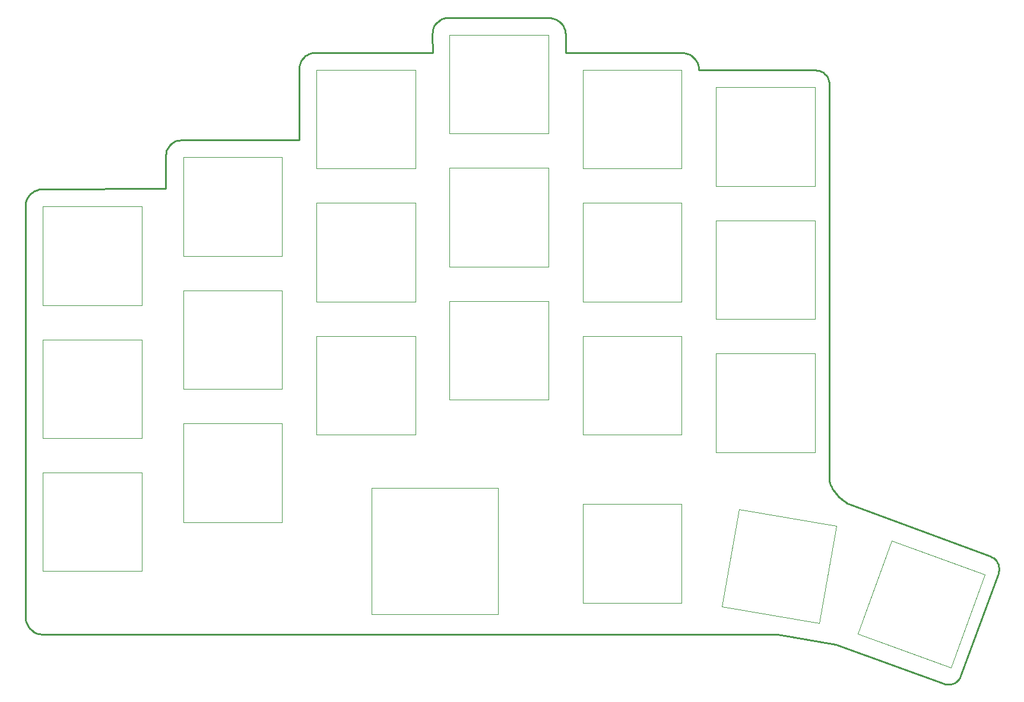
<source format=gbr>
%TF.GenerationSoftware,KiCad,Pcbnew,(5.1.10)-1*%
%TF.CreationDate,2021-12-10T09:47:33-08:00*%
%TF.ProjectId,6col-switchplate-encoder,36636f6c-2d73-4776-9974-6368706c6174,rev?*%
%TF.SameCoordinates,Original*%
%TF.FileFunction,Profile,NP*%
%FSLAX46Y46*%
G04 Gerber Fmt 4.6, Leading zero omitted, Abs format (unit mm)*
G04 Created by KiCad (PCBNEW (5.1.10)-1) date 2021-12-10 09:47:33*
%MOMM*%
%LPD*%
G01*
G04 APERTURE LIST*
%TA.AperFunction,Profile*%
%ADD10C,0.050000*%
%TD*%
%TA.AperFunction,Profile*%
%ADD11C,0.250000*%
%TD*%
G04 APERTURE END LIST*
D10*
X154989002Y-105752329D02*
X150166518Y-119001995D01*
X150166518Y-119001995D02*
X163416184Y-123824479D01*
X168238668Y-110574813D02*
X154989002Y-105752329D01*
X163416184Y-123824479D02*
X168238668Y-110574813D01*
X133193918Y-101191290D02*
X130745479Y-115077079D01*
X130745479Y-115077079D02*
X144631268Y-117525518D01*
X147079707Y-103639729D02*
X133193918Y-101191290D01*
X144631268Y-117525518D02*
X147079707Y-103639729D01*
X129942593Y-40978404D02*
X129942593Y-55078404D01*
X129942593Y-55078404D02*
X144042593Y-55078404D01*
X144042593Y-40978404D02*
X129942593Y-40978404D01*
X144042593Y-55078404D02*
X144042593Y-40978404D01*
X129942593Y-59978404D02*
X129942593Y-74078404D01*
X129942593Y-74078404D02*
X144042593Y-74078404D01*
X144042593Y-59978404D02*
X129942593Y-59978404D01*
X144042593Y-74078404D02*
X144042593Y-59978404D01*
X129942593Y-78978404D02*
X129942593Y-93078404D01*
X129942593Y-93078404D02*
X144042593Y-93078404D01*
X144042593Y-78978404D02*
X129942593Y-78978404D01*
X144042593Y-93078404D02*
X144042593Y-78978404D01*
X110942593Y-100478404D02*
X110942593Y-114578404D01*
X110942593Y-114578404D02*
X125042593Y-114578404D01*
X125042593Y-100478404D02*
X110942593Y-100478404D01*
X125042593Y-114578404D02*
X125042593Y-100478404D01*
X110942593Y-76478404D02*
X110942593Y-90578404D01*
X110942593Y-90578404D02*
X125042593Y-90578404D01*
X125042593Y-76478404D02*
X110942593Y-76478404D01*
X125042593Y-90578404D02*
X125042593Y-76478404D01*
X110942593Y-57478404D02*
X110942593Y-71578404D01*
X110942593Y-71578404D02*
X125042593Y-71578404D01*
X125042593Y-57478404D02*
X110942593Y-57478404D01*
X125042593Y-71578404D02*
X125042593Y-57478404D01*
X110942593Y-38478404D02*
X110942593Y-52578404D01*
X110942593Y-52578404D02*
X125042593Y-52578404D01*
X125042593Y-38478404D02*
X110942593Y-38478404D01*
X125042593Y-52578404D02*
X125042593Y-38478404D01*
X91942593Y-33478404D02*
X91942593Y-47578404D01*
X91942593Y-47578404D02*
X106042593Y-47578404D01*
X106042593Y-33478404D02*
X91942593Y-33478404D01*
X106042593Y-47578404D02*
X106042593Y-33478404D01*
X91942593Y-52478404D02*
X91942593Y-66578404D01*
X91942593Y-66578404D02*
X106042593Y-66578404D01*
X106042593Y-52478404D02*
X91942593Y-52478404D01*
X106042593Y-66578404D02*
X106042593Y-52478404D01*
X91942593Y-71478404D02*
X91942593Y-85578404D01*
X91942593Y-85578404D02*
X106042593Y-85578404D01*
X106042593Y-71478404D02*
X91942593Y-71478404D01*
X106042593Y-85578404D02*
X106042593Y-71478404D01*
X72942593Y-76478404D02*
X72942593Y-90578404D01*
X72942593Y-90578404D02*
X87042593Y-90578404D01*
X87042593Y-76478404D02*
X72942593Y-76478404D01*
X87042593Y-90578404D02*
X87042593Y-76478404D01*
X72942593Y-57478404D02*
X72942593Y-71578404D01*
X72942593Y-71578404D02*
X87042593Y-71578404D01*
X87042593Y-57478404D02*
X72942593Y-57478404D01*
X87042593Y-71578404D02*
X87042593Y-57478404D01*
X72942593Y-38478404D02*
X72942593Y-52578404D01*
X72942593Y-52578404D02*
X87042593Y-52578404D01*
X87042593Y-38478404D02*
X72942593Y-38478404D01*
X87042593Y-52578404D02*
X87042593Y-38478404D01*
X53942593Y-88978404D02*
X53942593Y-103078404D01*
X53942593Y-103078404D02*
X68042593Y-103078404D01*
X68042593Y-88978404D02*
X53942593Y-88978404D01*
X68042593Y-103078404D02*
X68042593Y-88978404D01*
X53942593Y-69978404D02*
X53942593Y-84078404D01*
X53942593Y-84078404D02*
X68042593Y-84078404D01*
X68042593Y-69978404D02*
X53942593Y-69978404D01*
X68042593Y-84078404D02*
X68042593Y-69978404D01*
X53942593Y-50978404D02*
X53942593Y-65078404D01*
X53942593Y-65078404D02*
X68042593Y-65078404D01*
X68042593Y-50978404D02*
X53942593Y-50978404D01*
X68042593Y-65078404D02*
X68042593Y-50978404D01*
X33942593Y-57978404D02*
X33942593Y-72078404D01*
X33942593Y-72078404D02*
X48042593Y-72078404D01*
X48042593Y-57978404D02*
X33942593Y-57978404D01*
X48042593Y-72078404D02*
X48042593Y-57978404D01*
X33942593Y-76978404D02*
X33942593Y-91078404D01*
X33942593Y-91078404D02*
X48042593Y-91078404D01*
X48042593Y-76978404D02*
X33942593Y-76978404D01*
X48042593Y-91078404D02*
X48042593Y-76978404D01*
X48052593Y-95978404D02*
X33952593Y-95978404D01*
X48052593Y-110078404D02*
X48052593Y-95978404D01*
X33952593Y-110078404D02*
X48052593Y-110078404D01*
X33952593Y-95978404D02*
X33952593Y-110078404D01*
X98862593Y-98224404D02*
X80828593Y-98224404D01*
X98862593Y-116258404D02*
X98862593Y-98224404D01*
X80828593Y-116258404D02*
X98862593Y-116258404D01*
X80828593Y-98224404D02*
X80828593Y-116258404D01*
D11*
X148900593Y-100510404D02*
X148663172Y-100376573D01*
X148663172Y-100376573D02*
X148429738Y-100232140D01*
X148429738Y-100232140D02*
X148201230Y-100077305D01*
X148201230Y-100077305D02*
X147978589Y-99912266D01*
X147978589Y-99912266D02*
X147762754Y-99737223D01*
X147762754Y-99737223D02*
X147554665Y-99552375D01*
X147554665Y-99552375D02*
X147355262Y-99357920D01*
X147355262Y-99357920D02*
X147165485Y-99154058D01*
X147165485Y-99154058D02*
X146986274Y-98940988D01*
X146986274Y-98940988D02*
X146818569Y-98718910D01*
X146818569Y-98718910D02*
X146663309Y-98488022D01*
X146663309Y-98488022D02*
X146521435Y-98248523D01*
X146521435Y-98248523D02*
X146393887Y-98000612D01*
X146393887Y-98000612D02*
X146281603Y-97744490D01*
X146281603Y-97744490D02*
X146185525Y-97480354D01*
X146185525Y-97480354D02*
X146106593Y-97208404D01*
X127462596Y-38525458D02*
X144074593Y-38521704D01*
X33976667Y-119098131D02*
X33715033Y-119084763D01*
X33715033Y-119084763D02*
X33460967Y-119045843D01*
X33460967Y-119045843D02*
X33215753Y-118982657D01*
X33215753Y-118982657D02*
X32980678Y-118896489D01*
X32980678Y-118896489D02*
X32649884Y-118726961D01*
X32649884Y-118726961D02*
X32349129Y-118512958D01*
X32349129Y-118512958D02*
X32082750Y-118258821D01*
X32082750Y-118258821D02*
X31855083Y-117968889D01*
X31855083Y-117968889D02*
X31670466Y-117647502D01*
X31670466Y-117647502D02*
X31533235Y-117299000D01*
X31533235Y-117299000D02*
X31470216Y-117053744D01*
X31470216Y-117053744D02*
X31431469Y-116799652D01*
X31431469Y-116799652D02*
X31418282Y-116538009D01*
X162413393Y-126126304D02*
X146983414Y-120510248D01*
X146983414Y-120510248D02*
X138740593Y-119076352D01*
X31418282Y-116538009D02*
X31422229Y-57997936D01*
X138740593Y-119076352D02*
X33976667Y-119098131D01*
X31422229Y-57997936D02*
X31435175Y-57741511D01*
X31435175Y-57741511D02*
X31473142Y-57492473D01*
X31473142Y-57492473D02*
X31574259Y-57135518D01*
X31574259Y-57135518D02*
X31724609Y-56802261D01*
X31724609Y-56802261D02*
X31919952Y-56496949D01*
X31919952Y-56496949D02*
X32156051Y-56223829D01*
X32156051Y-56223829D02*
X32428668Y-55987148D01*
X32428668Y-55987148D02*
X32733563Y-55791155D01*
X32733563Y-55791155D02*
X33066499Y-55640096D01*
X33066499Y-55640096D02*
X33423237Y-55538219D01*
X33423237Y-55538219D02*
X33672193Y-55499721D01*
X33672193Y-55499721D02*
X33928589Y-55486229D01*
X89511871Y-36027018D02*
X89484135Y-33331526D01*
X70511889Y-48525643D02*
X70471881Y-38284649D01*
X106005278Y-31025537D02*
X106313215Y-31044701D01*
X106313215Y-31044701D02*
X106613888Y-31101315D01*
X106613888Y-31101315D02*
X106904061Y-31194028D01*
X106904061Y-31194028D02*
X107180498Y-31321490D01*
X107180498Y-31321490D02*
X107439962Y-31482351D01*
X107439962Y-31482351D02*
X107679218Y-31675260D01*
X107679218Y-31675260D02*
X107768538Y-31761096D01*
X51459396Y-55458404D02*
X51460425Y-50682975D01*
X126761564Y-36762361D02*
X126962212Y-36994499D01*
X126962212Y-36994499D02*
X127130979Y-37247640D01*
X127130979Y-37247640D02*
X127266564Y-37518502D01*
X127266564Y-37518502D02*
X127367664Y-37803801D01*
X127367664Y-37803801D02*
X127432977Y-38100256D01*
X127432977Y-38100256D02*
X127461201Y-38404585D01*
X127461201Y-38404585D02*
X127461814Y-38527787D01*
X72720645Y-36027071D02*
X89511871Y-36027018D01*
X71127405Y-36688835D02*
X71335810Y-36504045D01*
X71335810Y-36504045D02*
X71563483Y-36347632D01*
X71563483Y-36347632D02*
X71807524Y-36220801D01*
X71807524Y-36220801D02*
X72065032Y-36124756D01*
X72065032Y-36124756D02*
X72333107Y-36060703D01*
X72333107Y-36060703D02*
X72608850Y-36029848D01*
X72608850Y-36029848D02*
X72720645Y-36027071D01*
X91765892Y-31026073D02*
X106005278Y-31025537D01*
X51460425Y-50682975D02*
X51485301Y-50354530D01*
X51485301Y-50354530D02*
X51557434Y-50041640D01*
X51557434Y-50041640D02*
X51673165Y-49747961D01*
X51673165Y-49747961D02*
X51828835Y-49477152D01*
X51828835Y-49477152D02*
X52020786Y-49232871D01*
X52020786Y-49232871D02*
X52245360Y-49018776D01*
X52245360Y-49018776D02*
X52498898Y-48838525D01*
X52498898Y-48838525D02*
X52777742Y-48695775D01*
X52777742Y-48695775D02*
X53078234Y-48594186D01*
X53078234Y-48594186D02*
X53396715Y-48537414D01*
X53396715Y-48537414D02*
X53617224Y-48526272D01*
X33928589Y-55486229D02*
X51459396Y-55458404D01*
X108486229Y-33531712D02*
X108460889Y-36027407D01*
X125010556Y-36026790D02*
X125316792Y-36045966D01*
X125316792Y-36045966D02*
X125615713Y-36102614D01*
X125615713Y-36102614D02*
X125904065Y-36195366D01*
X125904065Y-36195366D02*
X126178591Y-36322853D01*
X126178591Y-36322853D02*
X126436035Y-36483708D01*
X126436035Y-36483708D02*
X126673144Y-36676564D01*
X126673144Y-36676564D02*
X126761564Y-36762361D01*
X107768538Y-31761096D02*
X107971552Y-31993428D01*
X107971552Y-31993428D02*
X108142841Y-32246945D01*
X108142841Y-32246945D02*
X108281087Y-32518395D01*
X108281087Y-32518395D02*
X108384974Y-32804530D01*
X108384974Y-32804530D02*
X108453183Y-33102097D01*
X108453183Y-33102097D02*
X108484397Y-33407848D01*
X108484397Y-33407848D02*
X108486229Y-33531712D01*
X90144071Y-31702802D02*
X90355854Y-31513892D01*
X90355854Y-31513892D02*
X90587422Y-31353964D01*
X90587422Y-31353964D02*
X90835796Y-31224261D01*
X90835796Y-31224261D02*
X91097999Y-31126024D01*
X91097999Y-31126024D02*
X91371053Y-31060496D01*
X91371053Y-31060496D02*
X91651982Y-31028919D01*
X91651982Y-31028919D02*
X91765892Y-31026073D01*
X70471881Y-38284649D02*
X70488034Y-38006588D01*
X70488034Y-38006588D02*
X70537891Y-37734902D01*
X70537891Y-37734902D02*
X70620257Y-37472494D01*
X70620257Y-37472494D02*
X70733940Y-37222271D01*
X70733940Y-37222271D02*
X70877745Y-36987138D01*
X70877745Y-36987138D02*
X71050478Y-36770000D01*
X71050478Y-36770000D02*
X71127405Y-36688835D01*
X108460889Y-36027407D02*
X125010556Y-36026790D01*
X89484135Y-33331526D02*
X89498856Y-33048112D01*
X89498856Y-33048112D02*
X89548092Y-32771026D01*
X89548092Y-32771026D02*
X89630632Y-32503259D01*
X89630632Y-32503259D02*
X89745264Y-32247799D01*
X89745264Y-32247799D02*
X89890778Y-32007637D01*
X89890778Y-32007637D02*
X90065961Y-31785762D01*
X90065961Y-31785762D02*
X90144071Y-31702802D01*
X53617224Y-48526272D02*
X70511889Y-48525643D01*
X169055493Y-107939904D02*
X148900593Y-100510404D01*
X164836161Y-124992600D02*
X170189197Y-110362672D01*
X169055493Y-107939904D02*
X169318602Y-108058808D01*
X169318602Y-108058808D02*
X169554800Y-108211934D01*
X169554800Y-108211934D02*
X169762171Y-108395186D01*
X169762171Y-108395186D02*
X169938798Y-108604470D01*
X169938798Y-108604470D02*
X170082766Y-108835692D01*
X170082766Y-108835692D02*
X170192159Y-109084757D01*
X170192159Y-109084757D02*
X170265060Y-109347570D01*
X170265060Y-109347570D02*
X170299554Y-109620037D01*
X170299554Y-109620037D02*
X170293724Y-109898063D01*
X170293724Y-109898063D02*
X170245655Y-110177553D01*
X170245655Y-110177553D02*
X170189197Y-110362672D01*
X164836161Y-124992600D02*
X164717256Y-125255709D01*
X164717256Y-125255709D02*
X164564130Y-125491907D01*
X164564130Y-125491907D02*
X164380878Y-125699278D01*
X164380878Y-125699278D02*
X164171594Y-125875905D01*
X164171594Y-125875905D02*
X163940372Y-126019873D01*
X163940372Y-126019873D02*
X163691307Y-126129266D01*
X163691307Y-126129266D02*
X163428494Y-126202167D01*
X163428494Y-126202167D02*
X163156027Y-126236661D01*
X163156027Y-126236661D02*
X162878001Y-126230831D01*
X162878001Y-126230831D02*
X162598511Y-126182762D01*
X162598511Y-126182762D02*
X162413393Y-126126304D01*
X144074593Y-38521704D02*
X144384520Y-38545166D01*
X144384520Y-38545166D02*
X144679710Y-38613304D01*
X144679710Y-38613304D02*
X144956646Y-38722745D01*
X144956646Y-38722745D02*
X145211812Y-38870118D01*
X145211812Y-38870118D02*
X145441691Y-39052050D01*
X145441691Y-39052050D02*
X145642768Y-39265169D01*
X145642768Y-39265169D02*
X145811525Y-39506102D01*
X145811525Y-39506102D02*
X145944447Y-39771477D01*
X145944447Y-39771477D02*
X146038018Y-40057922D01*
X146038018Y-40057922D02*
X146088721Y-40362064D01*
X146088721Y-40362064D02*
X146096972Y-40572992D01*
X146096972Y-40572992D02*
X146106593Y-97208404D01*
M02*

</source>
